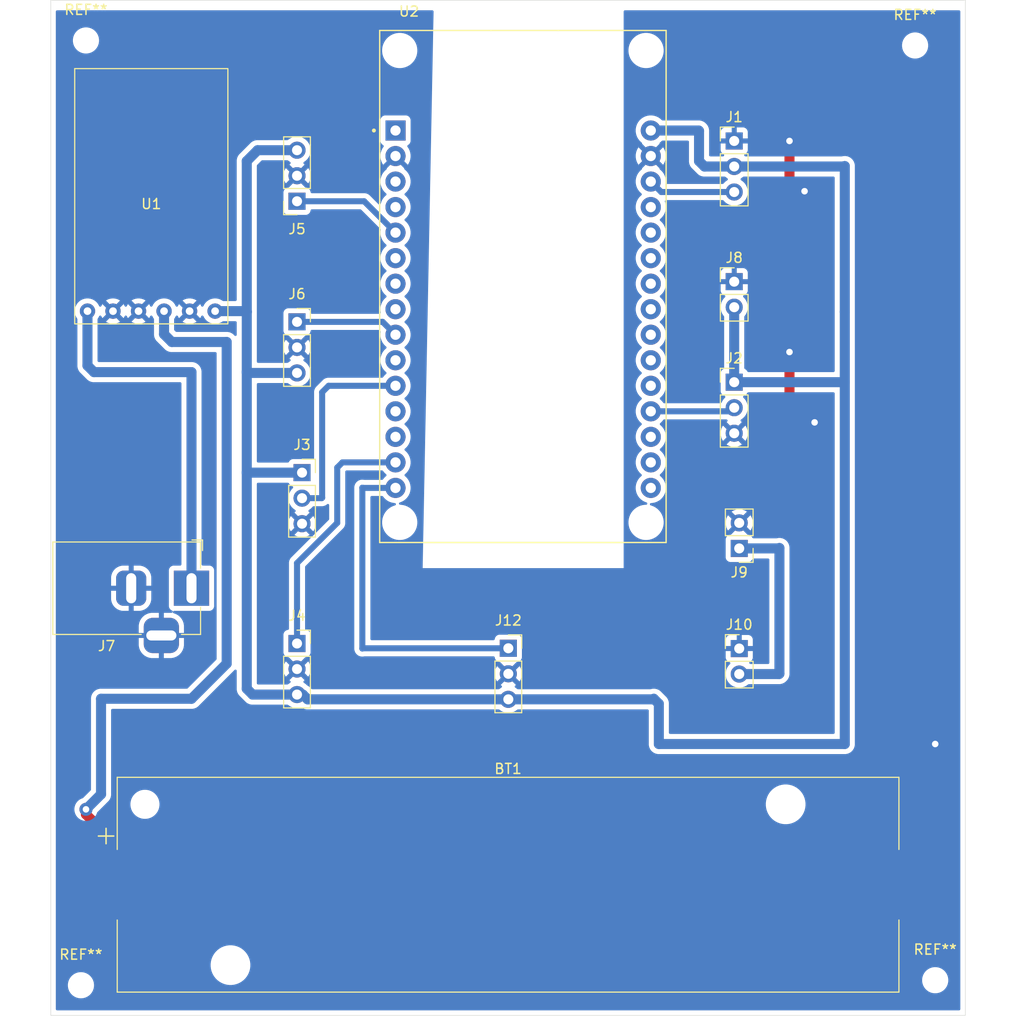
<source format=kicad_pcb>
(kicad_pcb (version 20241229) (generator "pcbnew") (generator_version "9.0")
  (layers (0 "F.Cu" signal) (2 "B.Cu" signal) (13 "F.Paste" user) (15 "B.Paste" user) (5 "F.SilkS" user "F.Silkscreen") (7 "B.SilkS" user "B.Silkscreen") (1 "F.Mask" user) (3 "B.Mask" user) (25 "Edge.Cuts" user))
  (net 0 "")
  (net 1 "GND")
  (net 2 "+BATT")
  (net 3 "+5V")
  (net 4 "/GPI034")
  (net 5 "/D23")
  (net 6 "/D4")
  (net 7 "VDC")
  (net 12 "/D13")
  (net 28 "/D18")
  (net 29 "/D21")
  (net 30 "/D22")
  (net 32 "vout")
  (footprint "Connector_PinHeader_2.54mm:PinHeader_1x02_P2.54mm_Vertical" (layer "F.Cu") (at 146 77.5)
    (property "Reference" "J8" (at 0 -2.38 0) (layer "F.SilkS"))
    (property "Value" "XL6009 INPUT")
    (fp_line (start -1.38 -1.38) (end 0 -1.38) (stroke (width 0.12)) (layer "F.SilkS"))
    (fp_line (start -1.38 0) (end -1.38 -1.38) (stroke (width 0.12)) (layer "F.SilkS"))
    (fp_line (start -1.38 1.27) (end -1.38 3.92) (stroke (width 0.12)) (layer "F.SilkS"))
    (fp_line (start -1.38 1.27) (end 1.38 1.27) (stroke (width 0.12)) (layer "F.SilkS"))
    (fp_line (start -1.38 3.92) (end 1.38 3.92) (stroke (width 0.12)) (layer "F.SilkS"))
    (fp_line (start 1.38 1.27) (end 1.38 3.92) (stroke (width 0.12)) (layer "F.SilkS"))
    (pad "1" thru_hole rect (at 0 0) (size 1.7 1.7) (drill 1) (layers "*.Cu" "*.Mask") (net 1 "GND"))
    (pad "2" thru_hole circle (at 0 2.54) (size 1.7 1.7) (drill 1) (layers "*.Cu" "*.Mask") (net 3 "+5V"))
  )
  (footprint "Connector_PinSocket_2.54mm:PinSocket_1x03_P2.54mm_Vertical" (layer "F.Cu") (at 102.5 81.5)
    (property "Reference" "J6" (at 0 -2.77 0) (layer "F.SilkS"))
    (property "Value" "Modulo sensor fc28")
    (fp_line (start -1.33 1.27) (end -1.33 6.41) (stroke (width 0.12)) (layer "F.SilkS"))
    (fp_line (start -1.33 1.27) (end 1.33 1.27) (stroke (width 0.12)) (layer "F.SilkS"))
    (fp_line (start -1.33 6.41) (end 1.33 6.41) (stroke (width 0.12)) (layer "F.SilkS"))
    (fp_line (start 0 -1.33) (end 1.33 -1.33) (stroke (width 0.12)) (layer "F.SilkS"))
    (fp_line (start 1.33 -1.33) (end 1.33 0) (stroke (width 0.12)) (layer "F.SilkS"))
    (fp_line (start 1.33 1.27) (end 1.33 6.41) (stroke (width 0.12)) (layer "F.SilkS"))
    (pad "1" thru_hole rect (at 0 0) (size 1.7 1.7) (drill 1) (layers "*.Cu" "*.Mask") (net 28 "/D18"))
    (pad "2" thru_hole circle (at 0 2.54) (size 1.7 1.7) (drill 1) (layers "*.Cu" "*.Mask") (net 1 "GND"))
    (pad "3" thru_hole circle (at 0 5.08) (size 1.7 1.7) (drill 1) (layers "*.Cu" "*.Mask") (net 3 "+5V"))
  )
  (footprint "Connector_PinHeader_2.54mm:PinHeader_1x02_P2.54mm_Vertical" (layer "F.Cu") (at 146.5 104.04 180)
    (property "Reference" "J9" (at 0 -2.38 0) (layer "F.SilkS"))
    (property "Value" "XL6009 OUTPUT")
    (fp_line (start 1.38 1.27) (end 1.38 3.92) (stroke (width 0.12)) (layer "F.SilkS"))
    (fp_line (start -1.38 3.92) (end 1.38 3.92) (stroke (width 0.12)) (layer "F.SilkS"))
    (fp_line (start -1.38 1.27) (end 1.38 1.27) (stroke (width 0.12)) (layer "F.SilkS"))
    (fp_line (start -1.38 1.27) (end -1.38 3.92) (stroke (width 0.12)) (layer "F.SilkS"))
    (fp_line (start -1.38 0) (end -1.38 -1.38) (stroke (width 0.12)) (layer "F.SilkS"))
    (fp_line (start -1.38 -1.38) (end 0 -1.38) (stroke (width 0.12)) (layer "F.SilkS"))
    (pad "1" thru_hole rect (at 0 0 180) (size 1.7 1.7) (drill 1) (layers "*.Cu" "*.Mask") (net 32 "vout"))
    (pad "2" thru_hole circle (at 0 2.54 180) (size 1.7 1.7) (drill 1) (layers "*.Cu" "*.Mask") (net 1 "GND"))
  )
  (footprint "Connector_PinSocket_2.54mm:PinSocket_1x03_P2.54mm_Vertical" (layer "F.Cu") (at 102.5 113.5)
    (property "Reference" "J4" (at 0 -2.77 0) (layer "F.SilkS"))
    (property "Value" "Modulo LDR")
    (fp_line (start -1.33 1.27) (end -1.33 6.41) (stroke (width 0.12)) (layer "F.SilkS"))
    (fp_line (start -1.33 1.27) (end 1.33 1.27) (stroke (width 0.12)) (layer "F.SilkS"))
    (fp_line (start -1.33 6.41) (end 1.33 6.41) (stroke (width 0.12)) (layer "F.SilkS"))
    (fp_line (start 0 -1.33) (end 1.33 -1.33) (stroke (width 0.12)) (layer "F.SilkS"))
    (fp_line (start 1.33 -1.33) (end 1.33 0) (stroke (width 0.12)) (layer "F.SilkS"))
    (fp_line (start 1.33 1.27) (end 1.33 6.41) (stroke (width 0.12)) (layer "F.SilkS"))
    (pad "1" thru_hole rect (at 0 0) (size 1.7 1.7) (drill 1) (layers "*.Cu" "*.Mask") (net 30 "/D22"))
    (pad "2" thru_hole circle (at 0 2.54) (size 1.7 1.7) (drill 1) (layers "*.Cu" "*.Mask") (net 1 "GND"))
    (pad "3" thru_hole circle (at 0 5.08) (size 1.7 1.7) (drill 1) (layers "*.Cu" "*.Mask") (net 3 "+5V"))
  )
  (footprint "Battery:BatteryHolder_Keystone_1042_1x18650" (layer "F.Cu") (at 123.5 137.5)
    (property "Reference" "BT1" (at 0 -11.53 0) (layer "F.SilkS"))
    (property "Value" "Battery")
    (fp_line (start -38.89 -10.685) (end 38.89 -10.685) (stroke (width 0.12)) (layer "F.SilkS"))
    (fp_line (start -38.89 -3.51) (end -38.89 -10.685) (stroke (width 0.12)) (layer "F.SilkS"))
    (fp_line (start -38.89 10.685) (end -38.89 3.51) (stroke (width 0.12)) (layer "F.SilkS"))
    (fp_line (start 38.89 -10.685) (end 38.89 -3.51) (stroke (width 0.12)) (layer "F.SilkS"))
    (fp_line (start 38.89 3.51) (end 38.89 10.685) (stroke (width 0.12)) (layer "F.SilkS"))
    (fp_line (start 38.89 10.685) (end -38.89 10.685) (stroke (width 0.12)) (layer "F.SilkS"))
    (fp_text user "+" (at -40 -5 0) (layer "F.SilkS") (effects (font (size 2 2))))
    (pad "" np_thru_hole circle (at -36.13 -8) (size 2.39 2.39) (drill 2.39) (layers "*.Cu" "*.Mask"))
    (pad "" np_thru_hole circle (at -27.62 8) (size 3.45 3.45) (drill 3.45) (layers "*.Cu" "*.Mask"))
    (pad "" np_thru_hole circle (at 27.62 -8) (size 3.45 3.45) (drill 3.45) (layers "*.Cu" "*.Mask"))
    (pad "1" smd roundrect (at -39.69 0) (size 7.5 6.5) (layers "F.Cu" "F.Mask" "F.Paste") (roundrect_rratio 0.038462) (net 2 "+BATT"))
    (pad "2" smd roundrect (at 39.69 0) (size 7.5 6.5) (layers "F.Cu" "F.Mask" "F.Paste") (roundrect_rratio 0.038462) (net 1 "GND"))
  )
  (footprint "Connector_PinSocket_2.54mm:PinSocket_1x03_P2.54mm_Vertical" (layer "F.Cu") (at 123.525 113.975)
    (property "Reference" "J12" (at 0 -2.77 0) (layer "F.SilkS"))
    (property "Value" "Modulo Rele Humedad")
    (fp_line (start -1.33 1.27) (end -1.33 6.41) (stroke (width 0.12)) (layer "F.SilkS"))
    (fp_line (start -1.33 1.27) (end 1.33 1.27) (stroke (width 0.12)) (layer "F.SilkS"))
    (fp_line (start -1.33 6.41) (end 1.33 6.41) (stroke (width 0.12)) (layer "F.SilkS"))
    (fp_line (start 0 -1.33) (end 1.33 -1.33) (stroke (width 0.12)) (layer "F.SilkS"))
    (fp_line (start 1.33 -1.33) (end 1.33 0) (stroke (width 0.12)) (layer "F.SilkS"))
    (fp_line (start 1.33 1.27) (end 1.33 6.41) (stroke (width 0.12)) (layer "F.SilkS"))
    (pad "1" thru_hole rect (at 0 0) (size 1.7 1.7) (drill 1) (layers "*.Cu" "*.Mask") (net 5 "/D23"))
    (pad "2" thru_hole circle (at 0 2.54) (size 1.7 1.7) (drill 1) (layers "*.Cu" "*.Mask") (net 1 "GND"))
    (pad "3" thru_hole circle (at 0 5.08) (size 1.7 1.7) (drill 1) (layers "*.Cu" "*.Mask") (net 3 "+5V"))
  )
  (footprint "Connector_BarrelJack:BarrelJack_Horizontal" (layer "F.Cu") (at 92 108)
    (property "Reference" "J7" (at -8.45 5.75 0) (layer "F.SilkS"))
    (property "Value" "Barrel_Jack_Switch")
    (fp_line (start -13.8 -4.6) (end 0.9 -4.6) (stroke (width 0.12)) (layer "F.SilkS"))
    (fp_line (start -13.8 4.6) (end -13.8 -4.6) (stroke (width 0.12)) (layer "F.SilkS"))
    (fp_line (start -5 4.6) (end -13.8 4.6) (stroke (width 0.12)) (layer "F.SilkS"))
    (fp_line (start 0.05 -4.8) (end 1.1 -4.8) (stroke (width 0.12)) (layer "F.SilkS"))
    (fp_line (start 0.9 -4.6) (end 0.9 -2) (stroke (width 0.12)) (layer "F.SilkS"))
    (fp_line (start 0.9 1.9) (end 0.9 4.6) (stroke (width 0.12)) (layer "F.SilkS"))
    (fp_line (start 0.9 4.6) (end -1 4.6) (stroke (width 0.12)) (layer "F.SilkS"))
    (fp_line (start 1.1 -3.75) (end 1.1 -4.8) (stroke (width 0.12)) (layer "F.SilkS"))
    (pad "1" thru_hole rect (at 0 0) (size 3.5 3.5) (drill oval 1 3) (layers "*.Cu" "*.Mask") (net 7 "VDC"))
    (pad "2" thru_hole roundrect (at -6 0) (size 3 3.5) (drill oval 1 3) (layers "*.Cu" "*.Mask") (net 1 "GND"))
    (pad "3" thru_hole roundrect (at -3 4.7) (size 3.5 3.5) (drill oval 3 1) (layers "*.Cu" "*.Mask") (net 1 "GND"))
  )
  (footprint "Connector_PinHeader_2.54mm:PinHeader_1x02_P2.54mm_Vertical" (layer "F.Cu") (at 146.5 114)
    (property "Reference" "J10" (at 0 -2.38 0) (layer "F.SilkS"))
    (property "Value" "Ventilador DC")
    (fp_line (start -1.38 -1.38) (end 0 -1.38) (stroke (width 0.12)) (layer "F.SilkS"))
    (fp_line (start -1.38 0) (end -1.38 -1.38) (stroke (width 0.12)) (layer "F.SilkS"))
    (fp_line (start -1.38 1.27) (end -1.38 3.92) (stroke (width 0.12)) (layer "F.SilkS"))
    (fp_line (start -1.38 1.27) (end 1.38 1.27) (stroke (width 0.12)) (layer "F.SilkS"))
    (fp_line (start -1.38 3.92) (end 1.38 3.92) (stroke (width 0.12)) (layer "F.SilkS"))
    (fp_line (start 1.38 1.27) (end 1.38 3.92) (stroke (width 0.12)) (layer "F.SilkS"))
    (pad "1" thru_hole rect (at 0 0) (size 1.7 1.7) (drill 1) (layers "*.Cu" "*.Mask") (net 1 "GND"))
    (pad "2" thru_hole circle (at 0 2.54) (size 1.7 1.7) (drill 1) (layers "*.Cu" "*.Mask") (net 32 "vout"))
  )
  (footprint "MountingHole:MountingHole_2.1mm" (layer "F.Cu") (at 81.5 53.5)
    (property "Reference" "REF**" (at 0 -3.05 0) (layer "F.SilkS"))
    (property "Value" "MountingHole_2.1mm")
    (pad "" np_thru_hole circle (at 0 0) (size 2.1 2.1) (drill 2.1) (layers "*.Cu" "*.Mask"))
  )
  (footprint "Connector_PinHeader_2.54mm:PinHeader_1x03_P2.54mm_Vertical" (layer "F.Cu") (at 146 63.5)
    (property "Reference" "J1" (at 0 -2.38 0) (layer "F.SilkS"))
    (property "Value" "Sensor nivel de agua")
    (fp_line (start -1.38 -1.38) (end 0 -1.38) (stroke (width 0.12)) (layer "F.SilkS"))
    (fp_line (start -1.38 0) (end -1.38 -1.38) (stroke (width 0.12)) (layer "F.SilkS"))
    (fp_line (start -1.38 1.27) (end -1.38 6.46) (stroke (width 0.12)) (layer "F.SilkS"))
    (fp_line (start -1.38 1.27) (end 1.38 1.27) (stroke (width 0.12)) (layer "F.SilkS"))
    (fp_line (start -1.38 6.46) (end 1.38 6.46) (stroke (width 0.12)) (layer "F.SilkS"))
    (fp_line (start 1.38 1.27) (end 1.38 6.46) (stroke (width 0.12)) (layer "F.SilkS"))
    (pad "1" thru_hole rect (at 0 0) (size 1.7 1.7) (drill 1) (layers "*.Cu" "*.Mask") (net 1 "GND"))
    (pad "2" thru_hole circle (at 0 2.54) (size 1.7 1.7) (drill 1) (layers "*.Cu" "*.Mask") (net 3 "+5V"))
    (pad "3" thru_hole circle (at 0 5.08) (size 1.7 1.7) (drill 1) (layers "*.Cu" "*.Mask") (net 12 "/D13"))
  )
  (footprint "ESP32-DEVKIT-V1:mh-cd42" (layer "F.Cu") (at 88 69)
    (property "Reference" "U1" (at 0 0.77 0) (layer "F.SilkS"))
    (property "Value" "mh-cd42")
    (fp_rect (start -7.62 -12.7) (end 7.62 12.7) (stroke (width 0.12)) (fill no) (layer "F.SilkS"))
    (pad "1" thru_hole circle (at -6.35 11.43) (size 1.524 1.524) (drill 0.762) (layers "*.Cu" "*.Mask") (net 7 "VDC"))
    (pad "2" thru_hole circle (at -3.81 11.43) (size 1.524 1.524) (drill 0.762) (layers "*.Cu" "*.Mask") (net 1 "GND"))
    (pad "3" thru_hole circle (at -1.27 11.43) (size 1.524 1.524) (drill 0.762) (layers "*.Cu" "*.Mask") (net 1 "GND"))
    (pad "4" thru_hole circle (at 1.27 11.43) (size 1.524 1.524) (drill 0.762) (layers "*.Cu" "*.Mask") (net 2 "+BATT"))
    (pad "5" thru_hole circle (at 3.81 11.43) (size 1.524 1.524) (drill 0.762) (layers "*.Cu" "*.Mask") (net 1 "GND"))
    (pad "6" thru_hole circle (at 6.35 11.43) (size 1.524 1.524) (drill 0.762) (layers "*.Cu" "*.Mask") (net 3 "+5V"))
  )
  (footprint "Connector_PinSocket_2.54mm:PinSocket_1x03_P2.54mm_Vertical" (layer "F.Cu") (at 103 96.5)
    (property "Reference" "J3" (at 0 -2.77 0) (layer "F.SilkS"))
    (property "Value" "Modulo Buzzer")
    (fp_line (start -1.33 1.27) (end -1.33 6.41) (stroke (width 0.12)) (layer "F.SilkS"))
    (fp_line (start -1.33 1.27) (end 1.33 1.27) (stroke (width 0.12)) (layer "F.SilkS"))
    (fp_line (start -1.33 6.41) (end 1.33 6.41) (stroke (width 0.12)) (layer "F.SilkS"))
    (fp_line (start 0 -1.33) (end 1.33 -1.33) (stroke (width 0.12)) (layer "F.SilkS"))
    (fp_line (start 1.33 -1.33) (end 1.33 0) (stroke (width 0.12)) (layer "F.SilkS"))
    (fp_line (start 1.33 1.27) (end 1.33 6.41) (stroke (width 0.12)) (layer "F.SilkS"))
    (pad "1" thru_hole rect (at 0 0) (size 1.7 1.7) (drill 1) (layers "*.Cu" "*.Mask") (net 3 "+5V"))
    (pad "2" thru_hole circle (at 0 2.54) (size 1.7 1.7) (drill 1) (layers "*.Cu" "*.Mask") (net 29 "/D21"))
    (pad "3" thru_hole circle (at 0 5.08) (size 1.7 1.7) (drill 1) (layers "*.Cu" "*.Mask") (net 1 "GND"))
  )
  (footprint "Connector_PinHeader_2.54mm:PinHeader_1x03_P2.54mm_Vertical" (layer "F.Cu") (at 146 87.5)
    (property "Reference" "J2" (at 0 -2.38 0) (layer "F.SilkS"))
    (property "Value" "Sensor DHT11")
    (fp_line (start -1.38 -1.38) (end 0 -1.38) (stroke (width 0.12)) (layer "F.SilkS"))
    (fp_line (start -1.38 0) (end -1.38 -1.38) (stroke (width 0.12)) (layer "F.SilkS"))
    (fp_line (start -1.38 1.27) (end -1.38 6.46) (stroke (width 0.12)) (layer "F.SilkS"))
    (fp_line (start -1.38 1.27) (end 1.38 1.27) (stroke (width 0.12)) (layer "F.SilkS"))
    (fp_line (start -1.38 6.46) (end 1.38 6.46) (stroke (width 0.12)) (layer "F.SilkS"))
    (fp_line (start 1.38 1.27) (end 1.38 6.46) (stroke (width 0.12)) (layer "F.SilkS"))
    (pad "1" thru_hole rect (at 0 0) (size 1.7 1.7) (drill 1) (layers "*.Cu" "*.Mask") (net 3 "+5V"))
    (pad "2" thru_hole circle (at 0 2.54) (size 1.7 1.7) (drill 1) (layers "*.Cu" "*.Mask") (net 4 "/GPI034"))
    (pad "3" thru_hole circle (at 0 5.08) (size 1.7 1.7) (drill 1) (layers "*.Cu" "*.Mask") (net 1 "GND"))
  )
  (footprint "MountingHole:MountingHole_2.1mm" (layer "F.Cu") (at 164 54)
    (property "Reference" "REF**" (at 0 -3.05 0) (layer "F.SilkS"))
    (property "Value" "MountingHole_2.1mm")
    (pad "" np_thru_hole circle (at 0 0) (size 2.1 2.1) (drill 2.1) (layers "*.Cu" "*.Mask"))
  )
  (footprint "Connector_PinSocket_2.54mm:PinSocket_1x03_P2.54mm_Vertical" (layer "F.Cu") (at 102.5 69.5 180)
    (property "Reference" "J5" (at 0 -2.77 0) (layer "F.SilkS"))
    (property "Value" "Modulo Rele LDR")
    (fp_line (start 1.33 1.27) (end 1.33 6.41) (stroke (width 0.12)) (layer "F.SilkS"))
    (fp_line (start 1.33 -1.33) (end 1.33 0) (stroke (width 0.12)) (layer "F.SilkS"))
    (fp_line (start 0 -1.33) (end 1.33 -1.33) (stroke (width 0.12)) (layer "F.SilkS"))
    (fp_line (start -1.33 6.41) (end 1.33 6.41) (stroke (width 0.12)) (layer "F.SilkS"))
    (fp_line (start -1.33 1.27) (end 1.33 1.27) (stroke (width 0.12)) (layer "F.SilkS"))
    (fp_line (start -1.33 1.27) (end -1.33 6.41) (stroke (width 0.12)) (layer "F.SilkS"))
    (pad "1" thru_hole rect (at 0 0 180) (size 1.7 1.7) (drill 1) (layers "*.Cu" "*.Mask") (net 6 "/D4"))
    (pad "2" thru_hole circle (at 0 2.54 180) (size 1.7 1.7) (drill 1) (layers "*.Cu" "*.Mask") (net 1 "GND"))
    (pad "3" thru_hole circle (at 0 5.08 180) (size 1.7 1.7) (drill 1) (layers "*.Cu" "*.Mask") (net 3 "+5V"))
  )
  (footprint "MountingHole:MountingHole_2.1mm" (layer "F.Cu") (at 81 147.5)
    (property "Reference" "REF**" (at 0 -3.05 0) (layer "F.SilkS"))
    (property "Value" "MountingHole_2.1mm")
    (pad "" np_thru_hole circle (at 0 0) (size 2.1 2.1) (drill 2.1) (layers "*.Cu" "*.Mask"))
  )
  (footprint "MountingHole:MountingHole_2.1mm" (layer "F.Cu") (at 166 147)
    (property "Reference" "REF**" (at 0 -3.05 0) (layer "F.SilkS"))
    (property "Value" "MountingHole_2.1mm")
    (pad "" np_thru_hole circle (at 0 0) (size 2.1 2.1) (drill 2.1) (layers "*.Cu" "*.Mask"))
  )
  (footprint "ESP32-DEVKIT-V1:MODULE_ESP32_DEVKIT_V1" (layer "F.Cu") (at 125 77.975)
    (property "Reference" "U2" (at -11.355 -27.36 0) (layer "F.SilkS"))
    (property "Value" "ESP32-DEVKIT-V1")
    (fp_line (start -14.28 -25.475) (end -3.211 -25.475) (stroke (width 0.127)) (layer "F.SilkS"))
    (fp_line (start -14.28 -25.475) (end 14.23 -25.475) (stroke (width 0.127)) (layer "F.SilkS"))
    (fp_line (start -14.28 25.475) (end -14.28 -25.475) (stroke (width 0.127)) (layer "F.SilkS"))
    (fp_line (start -14.28 25.475) (end -14.28 -25.475) (stroke (width 0.127)) (layer "F.SilkS"))
    (fp_line (start -14.28 25.475) (end -8.91 25.475) (stroke (width 0.127)) (layer "F.SilkS"))
    (fp_line (start -8.91 25.475) (end 8.78 25.475) (stroke (width 0.127)) (layer "F.SilkS"))
    (fp_line (start -3.211 -25.475) (end 3.5 -25.475) (stroke (width 0.127)) (layer "F.SilkS"))
    (fp_line (start 3.5 -25.475) (end 14.23 -25.475) (stroke (width 0.127)) (layer "F.SilkS"))
    (fp_line (start 8.78 25.475) (end 14.23 25.475) (stroke (width 0.127)) (layer "F.SilkS"))
    (fp_line (start 14.23 -25.475) (end 14.23 25.475) (stroke (width 0.127)) (layer "F.SilkS"))
    (fp_line (start 14.23 -25.475) (end 14.23 25.475) (stroke (width 0.127)) (layer "F.SilkS"))
    (fp_line (start 14.23 25.475) (end -14.28 25.475) (stroke (width 0.127)) (layer "F.SilkS"))
    (fp_circle (center -14.85 -15.515) (end -14.75 -15.515) (stroke (width 0.2)) (fill no) (layer "F.SilkS"))
    (pad "" np_thru_hole circle (at -12.28 -23.475) (size 3 3) (drill 3) (layers "*.Cu" "*.Mask"))
    (pad "" np_thru_hole circle (at -12.28 23.475) (size 3 3) (drill 3) (layers "*.Cu" "*.Mask"))
    (pad "" np_thru_hole circle (at 12.23 -23.475) (size 3 3) (drill 3) (layers "*.Cu" "*.Mask"))
    (pad "" np_thru_hole circle (at 12.23 23.475) (size 3 3) (drill 3) (layers "*.Cu" "*.Mask"))
    (pad "1" thru_hole rect (at -12.7 -15.515) (size 2 2) (drill 1.02) (layers "*.Cu" "*.Mask"))
    (pad "2" thru_hole circle (at -12.7 -12.975) (size 2 2) (drill 1.02) (layers "*.Cu" "*.Mask") (net 1 "GND"))
    (pad "3" thru_hole circle (at -12.7 -10.435) (size 2 2) (drill 1.02) (layers "*.Cu" "*.Mask"))
    (pad "4" thru_hole circle (at -12.7 -7.895) (size 2 2) (drill 1.02) (layers "*.Cu" "*.Mask"))
    (pad "5" thru_hole circle (at -12.7 -5.355) (size 2 2) (drill 1.02) (layers "*.Cu" "*.Mask") (net 6 "/D4"))
    (pad "6" thru_hole circle (at -12.7 -2.815) (size 2 2) (drill 1.02) (layers "*.Cu" "*.Mask"))
    (pad "7" thru_hole circle (at -12.7 -0.275) (size 2 2) (drill 1.02) (layers "*.Cu" "*.Mask"))
    (pad "8" thru_hole circle (at -12.7 2.265) (size 2 2) (drill 1.02) (layers "*.Cu" "*.Mask"))
    (pad "9" thru_hole circle (at -12.7 4.805) (size 2 2) (drill 1.02) (layers "*.Cu" "*.Mask") (net 28 "/D18"))
    (pad "10" thru_hole circle (at -12.7 7.345) (size 2 2) (drill 1.02) (layers "*.Cu" "*.Mask"))
    (pad "11" thru_hole circle (at -12.7 9.885) (size 2 2) (drill 1.02) (layers "*.Cu" "*.Mask") (net 29 "/D21"))
    (pad "12" thru_hole circle (at -12.7 12.425) (size 2 2) (drill 1.02) (layers "*.Cu" "*.Mask"))
    (pad "13" thru_hole circle (at -12.7 14.965) (size 2 2) (drill 1.02) (layers "*.Cu" "*.Mask"))
    (pad "14" thru_hole circle (at -12.7 17.505) (size 2 2) (drill 1.02) (layers "*.Cu" "*.Mask") (net 30 "/D22"))
    (pad "15" thru_hole circle (at -12.7 20.045) (size 2 2) (drill 1.02) (layers "*.Cu" "*.Mask") (net 5 "/D23"))
    (pad "16" thru_hole circle (at 12.7 20.045) (size 2 2) (drill 1.02) (layers "*.Cu" "*.Mask"))
    (pad "17" thru_hole circle (at 12.7 17.505) (size 2 2) (drill 1.02) (layers "*.Cu" "*.Mask"))
    (pad "18" thru_hole circle (at 12.7 14.965) (size 2 2) (drill 1.02) (layers "*.Cu" "*.Mask"))
    (pad "19" thru_hole circle (at 12.7 12.425) (size 2 2) (drill 1.02) (layers "*.Cu" "*.Mask") (net 4 "/GPI034"))
    (pad "20" thru_hole circle (at 12.7 9.885) (size 2 2) (drill 1.02) (layers "*.Cu" "*.Mask"))
    (pad "21" thru_hole circle (at 12.7 7.345) (size 2 2) (drill 1.02) (layers "*.Cu" "*.Mask"))
    (pad "22" thru_hole circle (at 12.7 4.805) (size 2 2) (drill 1.02) (layers "*.Cu" "*.Mask"))
    (pad "23" thru_hole circle (at 12.7 2.265) (size 2 2) (drill 1.02) (layers "*.Cu" "*.Mask"))
    (pad "24" thru_hole circle (at 12.7 -0.275) (size 2 2) (drill 1.02) (layers "*.Cu" "*.Mask"))
    (pad "25" thru_hole circle (at 12.7 -2.815) (size 2 2) (drill 1.02) (layers "*.Cu" "*.Mask"))
    (pad "26" thru_hole circle (at 12.7 -5.355) (size 2 2) (drill 1.02) (layers "*.Cu" "*.Mask"))
    (pad "27" thru_hole circle (at 12.7 -7.895) (size 2 2) (drill 1.02) (layers "*.Cu" "*.Mask"))
    (pad "28" thru_hole circle (at 12.7 -10.435) (size 2 2) (drill 1.02) (layers "*.Cu" "*.Mask") (net 12 "/D13"))
    (pad "29" thru_hole circle (at 12.7 -12.975) (size 2 2) (drill 1.02) (layers "*.Cu" "*.Mask") (net 1 "GND"))
    (pad "30" thru_hole circle (at 12.7 -15.515) (size 2 2) (drill 1.02) (layers "*.Cu" "*.Mask") (net 3 "+5V"))
    (zone (net 0) (net_name "") (layer "B.Cu") (connect_pads (clearance 0)) (min_thickness 0.01)
      (keepout (tracks not_allowed) (vias not_allowed) (pads not_allowed) (copperpour not_allowed) (footprints allowed))
      (fill (thermal_gap 0.508) (thermal_bridge_width 0.508))
      (polygon (pts (xy 116.09 96.96) (xy 133.78 96.96) (xy 133.78 103.45) (xy 116.09 103.45)))
    )
  )
  (gr_rect (start 78 49.5) (end 169 150.5) (stroke (width 0.05)) (fill no) (layer "Edge.Cuts"))
  (segment (start 163.19 134.81) (end 166 132) (width 1) (layer "F.Cu") (net 1))
  (segment (start 151.5 68.5) (end 151.5 63.5) (width 1) (layer "F.Cu") (net 1))
  (segment (start 166 132) (end 166 123.5) (width 1) (layer "F.Cu") (net 1))
  (segment (start 151.5 68.5) (end 153 68.5) (width 1) (layer "F.Cu") (net 1))
  (segment (start 151.5 91.5) (end 154 91.5) (width 1) (layer "F.Cu") (net 1))
  (segment (start 163.19 137.5) (end 163.19 134.81) (width 1) (layer "F.Cu") (net 1))
  (segment (start 151.5 91.5) (end 151.5 84.5) (width 1) (layer "F.Cu") (net 1))
  (via (at 153 68.5) (size 1.3) (drill 0.65) (layers "F.Cu" "B.Cu") (net 1))
  (via (at 151.5 63.5) (size 1.3) (drill 0.65) (layers "F.Cu" "B.Cu") (net 1))
  (via (at 166 123.5) (size 1.3) (drill 0.65) (layers "F.Cu" "B.Cu") (net 1))
  (via (at 154 91.5) (size 1.3) (drill 0.65) (layers "F.Cu" "B.Cu") (net 1))
  (via (at 151.5 84.5) (size 1.3) (drill 0.65) (layers "F.Cu" "B.Cu") (net 1))
  (segment (start 83.81 132.81) (end 82 131) (width 1) (layer "F.Cu") (net 2))
  (segment (start 83.81 137.5) (end 83.81 132.81) (width 1) (layer "F.Cu") (net 2))
  (segment (start 82 131) (end 81.5 130.5) (width 1) (layer "F.Cu") (net 2))
  (segment (start 81.5 130.5) (end 81.5 130) (width 1) (layer "F.Cu") (net 2))
  (via (at 81.5 130) (size 1.3) (drill 0.65) (layers "F.Cu" "B.Cu") (net 2))
  (segment (start 83 128.5) (end 83 119) (width 1) (layer "B.Cu") (net 2))
  (segment (start 83 119) (end 92 119) (width 1) (layer "B.Cu") (net 2))
  (segment (start 81.5 130) (end 83 128.5) (width 1) (layer "B.Cu") (net 2))
  (segment (start 95.5 83.5) (end 90.04 83.5) (width 1) (layer "B.Cu") (net 2))
  (segment (start 90.04 83.5) (end 89.27 82.73) (width 1) (layer "B.Cu") (net 2))
  (segment (start 92 119) (end 95.5 115.5) (width 1) (layer "B.Cu") (net 2))
  (segment (start 89.27 82.73) (end 89.27 80.43) (width 1) (layer "B.Cu") (net 2))
  (segment (start 95.5 115.5) (end 95.5 83.5) (width 1) (layer "B.Cu") (net 2))
  (segment (start 103.08 118.58) (end 103.555 119.055) (width 1) (layer "B.Cu") (net 3))
  (segment (start 146 80.04) (end 146 87.5) (width 1) (layer "B.Cu") (net 3))
  (segment (start 157 123.5) (end 157 87.5) (width 1) (layer "B.Cu") (net 3))
  (segment (start 138 119) (end 138.5 119.5) (width 1) (layer "B.Cu") (net 3))
  (segment (start 98.08 118.58) (end 97.5 118) (width 1) (layer "B.Cu") (net 3))
  (segment (start 142.5 62.5) (end 142.46 62.46) (width 1) (layer "B.Cu") (net 3))
  (segment (start 97.58 86.58) (end 97.5 86.5) (width 1) (layer "B.Cu") (net 3))
  (segment (start 102.5 86.58) (end 97.58 86.58) (width 1) (layer "B.Cu") (net 3))
  (segment (start 146 87.5) (end 157 87.5) (width 1) (layer "B.Cu") (net 3))
  (segment (start 97.5 80.5) (end 97.43 80.43) (width 1) (layer "B.Cu") (net 3))
  (segment (start 142.5 65.5) (end 142.5 62.5) (width 1) (layer "B.Cu") (net 3))
  (segment (start 97.5 86.5) (end 97.5 80.5) (width 1) (layer "B.Cu") (net 3))
  (segment (start 102.5 118.58) (end 98.08 118.58) (width 1) (layer "B.Cu") (net 3))
  (segment (start 97.5 65.5) (end 97.5 80.5) (width 1) (layer "B.Cu") (net 3))
  (segment (start 97.5 96.5) (end 97.5 86.5) (width 1) (layer "B.Cu") (net 3))
  (segment (start 97.5 118) (end 97.5 96.5) (width 1) (layer "B.Cu") (net 3))
  (segment (start 143.04 66.04) (end 142.5 65.5) (width 1) (layer "B.Cu") (net 3))
  (segment (start 102.5 118.58) (end 103.08 118.58) (width 1) (layer "B.Cu") (net 3))
  (segment (start 138.5 123.5) (end 157 123.5) (width 1) (layer "B.Cu") (net 3))
  (segment (start 146 66.04) (end 156.96 66.04) (width 1) (layer "B.Cu") (net 3))
  (segment (start 157 66) (end 157 80.5) (width 1) (layer "B.Cu") (net 3))
  (segment (start 156.96 66.04) (end 157 66) (width 1) (layer "B.Cu") (net 3))
  (segment (start 138.5 119.5) (end 138.5 123.5) (width 1) (layer "B.Cu") (net 3))
  (segment (start 137.945 119.055) (end 138 119) (width 1) (layer "B.Cu") (net 3))
  (segment (start 98.58 64.42) (end 97.5 65.5) (width 1) (layer "B.Cu") (net 3))
  (segment (start 97.43 80.43) (end 94.35 80.43) (width 1) (layer "B.Cu") (net 3))
  (segment (start 123.525 119.055) (end 137.945 119.055) (width 1) (layer "B.Cu") (net 3))
  (segment (start 142.46 62.46) (end 137.7 62.46) (width 1) (layer "B.Cu") (net 3))
  (segment (start 102.5 64.42) (end 98.58 64.42) (width 1) (layer "B.Cu") (net 3))
  (segment (start 103 96.5) (end 97.5 96.5) (width 1) (layer "B.Cu") (net 3))
  (segment (start 157 80.5) (end 157 87.5) (width 1) (layer "B.Cu") (net 3))
  (segment (start 103.555 119.055) (end 123.525 119.055) (width 1) (layer "B.Cu") (net 3))
  (segment (start 146 66.04) (end 143.04 66.04) (width 1) (layer "B.Cu") (net 3))
  (segment (start 137.7 90.4) (end 145.64 90.4) (width 0.6) (layer "B.Cu") (net 4))
  (segment (start 145.64 90.4) (end 146 90.04) (width 0.6) (layer "B.Cu") (net 4))
  (segment (start 109.025 113.975) (end 109 114) (width 0.6) (layer "B.Cu") (net 5))
  (segment (start 109.02 98.02) (end 112.3 98.02) (width 0.6) (layer "B.Cu") (net 5))
  (segment (start 109 114) (end 109 98) (width 0.6) (layer "B.Cu") (net 5))
  (segment (start 123.525 113.975) (end 109.025 113.975) (width 0.6) (layer "B.Cu") (net 5))
  (segment (start 109 98) (end 109.02 98.02) (width 0.6) (layer "B.Cu") (net 5))
  (segment (start 102.5 69.5) (end 109.18 69.5) (width 0.6) (layer "B.Cu") (net 6))
  (segment (start 109.18 69.5) (end 112.3 72.62) (width 0.6) (layer "B.Cu") (net 6))
  (segment (start 81.65 85.85) (end 81.65 80.43) (width 1) (layer "B.Cu") (net 7))
  (segment (start 92 86.5) (end 82.3 86.5) (width 1) (layer "B.Cu") (net 7))
  (segment (start 92.9575 108.5425) (end 93 108.5) (width 1) (layer "B.Cu") (net 7))
  (segment (start 92 108) (end 92 86.5) (width 1) (layer "B.Cu") (net 7))
  (segment (start 82.3 86.5) (end 81.65 85.85) (width 1) (layer "B.Cu") (net 7))
  (segment (start 138.74 68.58) (end 146 68.58) (width 0.6) (layer "B.Cu") (net 12))
  (segment (start 137.7 67.54) (end 138.74 68.58) (width 0.6) (layer "B.Cu") (net 12))
  (segment (start 102.5 81.5) (end 111.02 81.5) (width 0.6) (layer "B.Cu") (net 28))
  (segment (start 111.02 81.5) (end 112.3 82.78) (width 0.6) (layer "B.Cu") (net 28))
  (segment (start 105 88.5) (end 105.64 87.86) (width 0.6) (layer "B.Cu") (net 29))
  (segment (start 105.64 87.86) (end 112.3 87.86) (width 0.6) (layer "B.Cu") (net 29))
  (segment (start 103 99.04) (end 104.96 99.04) (width 0.6) (layer "B.Cu") (net 29))
  (segment (start 104.96 99.04) (end 105 99) (width 0.6) (layer "B.Cu") (net 29))
  (segment (start 105 99) (end 105 88.5) (width 0.6) (layer "B.Cu") (net 29))
  (segment (start 106.5 96) (end 107.02 95.48) (width 0.6) (layer "B.Cu") (net 30))
  (segment (start 106.5 101.5) (end 106.5 96) (width 0.6) (layer "B.Cu") (net 30))
  (segment (start 107.02 95.48) (end 112.3 95.48) (width 0.6) (layer "B.Cu") (net 30))
  (segment (start 102.5 105.5) (end 106.5 101.5) (width 0.6) (layer "B.Cu") (net 30))
  (segment (start 102.5 113.5) (end 102.5 105.5) (width 0.6) (layer "B.Cu") (net 30))
  (segment (start 150.5 116.5) (end 150.5 104) (width 1) (layer "B.Cu") (net 32))
  (segment (start 150.5 104) (end 150.46 104.04) (width 1) (layer "B.Cu") (net 32))
  (segment (start 150.46 104.04) (end 146.5 104.04) (width 1) (layer "B.Cu") (net 32))
  (segment (start 150.46 116.54) (end 150.5 116.5) (width 1) (layer "B.Cu") (net 32))
  (segment (start 146.5 116.54) (end 150.46 116.54) (width 1) (layer "B.Cu") (net 32))
  (zone (net 1) (net_name "GND") (layer "B.Cu") (connect_pads (clearance 0.5)) (min_thickness 0.25) (fill yes (thermal_gap 0.5) (thermal_bridge_width 0.5))
    (polygon (pts (xy 78 50.5) (xy 78 150.5) (xy 169 150.5) (xy 169 50.5) (xy 135 50.5) (xy 135 106) (xy 115 106) (xy 116.09 50.5)))
  )
)
</source>
